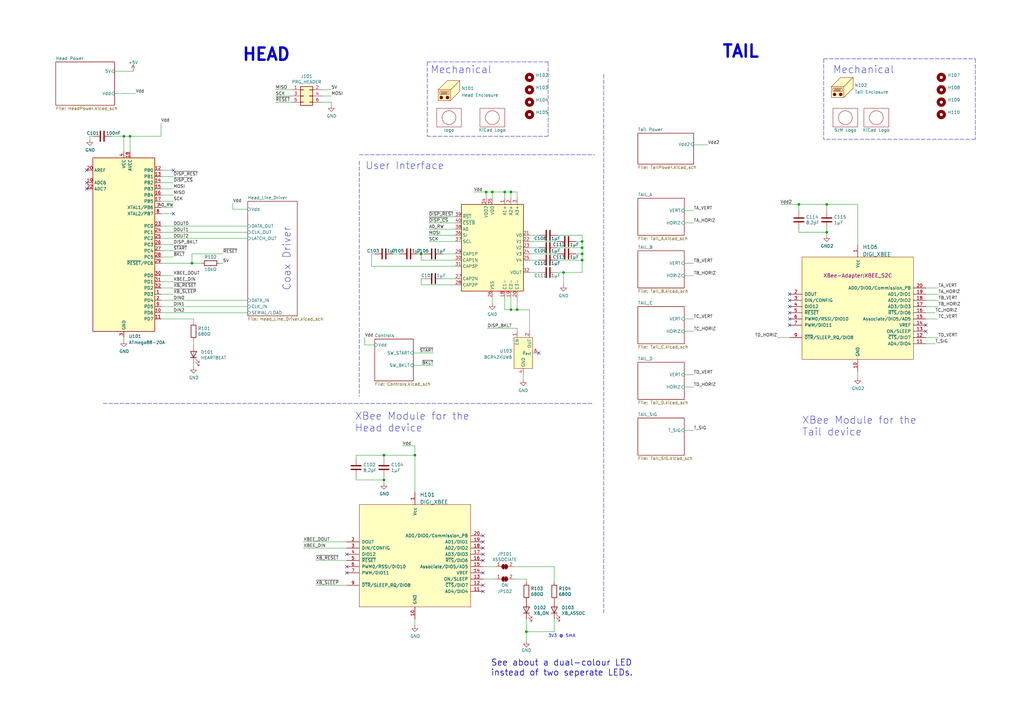
<source format=kicad_sch>
(kicad_sch (version 20211123) (generator eeschema)
  (paper "A3")
  (title_block (title "Coaxial Cable Tester") (date "2021-11-05") (rev "1.0") (company "SJM"))
  (lib_symbols
    (symbol "BCR42xUW6:BCR42XUW6"
      (property "Reference" "U" (at -2.54 -7.62 0))
      (property "Value" "BCR42XUW6" (at -5.08 5.08 90))
      (symbol "BCR42XUW6_0_1"
        (rectangle (start -3.81 6.35) (end 3.81 -6.35) (stroke (width 0.1524)) (fill (type background)))
      )
      (symbol "BCR42XUW6_1_1"
        (pin passive line (at -2.54 8.89 270) (length 2.54) (name "EN") (number "1"))
        (pin passive line (at 2.54 8.89 270) (length 2.54) (name "OUT") (number "2"))
        (pin passive line (at 2.54 8.89 270) (length 2.54) hide (name "OUT") (number "3"))
        (pin power_in line (at 0 -8.89 90) (length 2.54) (name "GND") (number "4"))
        (pin passive line (at 2.54 8.89 270) (length 2.54) hide (name "OUT") (number "5"))
        (pin passive line (at 6.35 0 180) (length 2.54) (name "R_{ext}") (number "6"))
      )
    )
    (symbol "CoaxTester:EA_DOGM128X-6"
      (symbol "EA_DOGM128X-6_1_1"
        (rectangle (start -12.7 17.78) (end 12.7 -17.78) (stroke (width 0.254)) (fill (type background)))
        (pin power_in line (at 5.08 20.32 270) (length 2.54) (name "A1+") (number "1"))
        (pin passive line (at 5.08 -20.32 90) (length 2.54) (name "C1-") (number "18"))
        (pin passive line (at 7.62 -20.32 90) (length 2.54) (name "C2-") (number "19"))
        (pin power_in line (at 7.62 20.32 270) (length 2.54) (name "A2+") (number "2"))
        (pin passive line (at 10.16 -20.32 90) (length 2.54) (name "C3-") (number "20"))
        (pin passive line (at 15.24 5.08 180) (length 2.54) (name "V0") (number "21"))
        (pin passive line (at 15.24 2.54 180) (length 2.54) (name "V1") (number "22"))
        (pin passive line (at 15.24 0 180) (length 2.54) (name "V2") (number "23"))
        (pin passive line (at 15.24 -2.54 180) (length 2.54) (name "V3") (number "24"))
        (pin passive line (at 15.24 -5.08 180) (length 2.54) (name "V4") (number "25"))
        (pin power_in line (at 0 -20.32 90) (length 2.54) (name "VSS") (number "26"))
        (pin passive line (at -15.24 -12.7 0) (length 2.54) (name "CAP2N") (number "27"))
        (pin passive line (at -15.24 -15.24 0) (length 2.54) (name "CAP2P") (number "28"))
        (pin passive line (at -15.24 -2.54 0) (length 2.54) (name "CAP1P") (number "29"))
        (pin power_in line (at 10.16 20.32 270) (length 2.54) (name "A3+") (number "3"))
        (pin passive line (at -15.24 -5.08 0) (length 2.54) (name "CAP1N") (number "30"))
        (pin passive line (at -15.24 -7.62 0) (length 2.54) (name "CAP3P") (number "31"))
        (pin output line (at 15.24 -10.16 180) (length 2.54) (name "VOUT") (number "32"))
        (pin passive line (at 0 -20.32 90) (length 2.54) hide (name "VSS") (number "33"))
        (pin power_in line (at -2.54 20.32 270) (length 2.54) (name "VDD2") (number "34"))
        (pin power_in line (at 0 20.32 270) (length 2.54) (name "VDD") (number "35"))
        (pin input line (at -15.24 5.08 0) (length 2.54) (name "SI") (number "36"))
        (pin input line (at -15.24 2.54 0) (length 2.54) (name "SCL") (number "37"))
        (pin input line (at -15.24 7.62 0) (length 2.54) (name "A0") (number "38"))
        (pin input line (at -15.24 12.7 0) (length 2.54) (name "~{RST}") (number "39"))
        (pin input line (at -15.24 10.16 0) (length 2.54) (name "~{CS1B}") (number "40"))
      )
    )
    (symbol "Connector_Generic:Conn_02x03_Odd_Even" (pin_names (offset 1.016) hide)
      (property "Reference" "J" (at 1.27 5.08 0))
      (property "Value" "Conn_02x03_Odd_Even" (at 1.27 -5.08 0))
      (symbol "Conn_02x03_Odd_Even_1_1"
        (rectangle (start -1.27 -2.413) (end 0 -2.667) (stroke (width 0.1524)))
        (rectangle (start -1.27 0.127) (end 0 -0.127) (stroke (width 0.1524)))
        (rectangle (start -1.27 2.667) (end 0 2.413) (stroke (width 0.1524)))
        (rectangle (start -1.27 3.81) (end 3.81 -3.81) (stroke (width 0.254)) (fill (type background)))
        (rectangle (start 3.81 -2.413) (end 2.54 -2.667) (stroke (width 0.1524)))
        (rectangle (start 3.81 0.127) (end 2.54 -0.127) (stroke (width 0.1524)))
        (rectangle (start 3.81 2.667) (end 2.54 2.413) (stroke (width 0.1524)))
        (pin passive line (at -5.08 2.54 0) (length 3.81) (name "Pin_1") (number "1"))
        (pin passive line (at 7.62 2.54 180) (length 3.81) (name "Pin_2") (number "2"))
        (pin passive line (at -5.08 0 0) (length 3.81) (name "Pin_3") (number "3"))
        (pin passive line (at 7.62 0 180) (length 3.81) (name "Pin_4") (number "4"))
        (pin passive line (at -5.08 -2.54 0) (length 3.81) (name "Pin_5") (number "5"))
        (pin passive line (at 7.62 -2.54 180) (length 3.81) (name "Pin_6") (number "6"))
      )
    )
    (symbol "Device:C" (pin_numbers hide) (pin_names (offset 0.254))
      (property "Reference" "C" (at 0.635 2.54 0))
      (property "Value" "C" (at 0.635 -2.54 0))
      (symbol "C_0_1"
        (polyline (pts (xy -2.032 -0.762) (xy 2.032 -0.762)) (stroke (width 0.508)))
        (polyline (pts (xy -2.032 0.762) (xy 2.032 0.762)) (stroke (width 0.508)))
      )
      (symbol "C_1_1"
        (pin passive line (at 0 3.81 270) (length 2.794) (name "~") (number "1"))
        (pin passive line (at 0 -3.81 90) (length 2.794) (name "~") (number "2"))
      )
    )
    (symbol "Device:LED" (pin_numbers hide) (pin_names (offset 1.016) hide)
      (property "Reference" "D" (at 0 2.54 0))
      (property "Value" "LED" (at 0 -2.54 0))
      (symbol "LED_0_1"
        (polyline (pts (xy -1.27 -1.27) (xy -1.27 1.27)) (stroke (width 0.254)))
        (polyline (pts (xy -1.27 0) (xy 1.27 0)))
        (polyline (pts (xy 1.27 -1.27) (xy 1.27 1.27) (xy -1.27 0) (xy 1.27 -1.27)) (stroke (width 0.254)))
        (polyline (pts (xy -3.048 -0.762) (xy -4.572 -2.286) (xy -3.81 -2.286) (xy -4.572 -2.286) (xy -4.572 -1.524)))
        (polyline (pts (xy -1.778 -0.762) (xy -3.302 -2.286) (xy -2.54 -2.286) (xy -3.302 -2.286) (xy -3.302 -1.524)))
      )
      (symbol "LED_1_1"
        (pin passive line (at -3.81 0 0) (length 2.54) (name "K") (number "1"))
        (pin passive line (at 3.81 0 180) (length 2.54) (name "A") (number "2"))
      )
    )
    (symbol "Device:R" (pin_numbers hide) (pin_names (offset 0))
      (property "Reference" "R" (at 2.032 0 90))
      (property "Value" "R" (at 0 0 90))
      (symbol "R_0_1"
        (rectangle (start -1.016 -2.54) (end 1.016 2.54) (stroke (width 0.254)))
      )
      (symbol "R_1_1"
        (pin passive line (at 0 3.81 270) (length 1.27) (name "~") (number "1"))
        (pin passive line (at 0 -3.81 90) (length 1.27) (name "~") (number "2"))
      )
    )
    (symbol "Jumper:SolderJumper_2_Bridged" (pin_names (offset 0) hide)
      (property "Reference" "JP" (at 0 2.032 0))
      (property "Value" "SolderJumper_2_Bridged" (at 0 -2.54 0))
      (symbol "SolderJumper_2_Bridged_0_1"
        (rectangle (start -0.508 0.508) (end 0.508 -0.508) (fill (type outline)))
        (arc (start -0.254 1.016) (mid -1.27 0) (end -0.254 -1.016))
        (arc (start -0.254 1.016) (mid -1.27 0) (end -0.254 -1.016) (fill (type outline)))
        (polyline (pts (xy -0.254 1.016) (xy -0.254 -1.016)))
        (polyline (pts (xy 0.254 1.016) (xy 0.254 -1.016)))
        (arc (start 0.254 -1.016) (mid 1.27 0) (end 0.254 1.016))
        (arc (start 0.254 -1.016) (mid 1.27 0) (end 0.254 1.016) (fill (type outline)))
      )
      (symbol "SolderJumper_2_Bridged_1_1"
        (pin passive line (at -3.81 0 0) (length 2.54) (name "A") (number "1"))
        (pin passive line (at 3.81 0 180) (length 2.54) (name "B") (number "2"))
      )
    )
    (symbol "MCU_Microchip_ATmega:ATmega88-20A"
      (property "Reference" "U" (at -12.7 36.83 0))
      (property "Value" "ATmega88-20A" (at 2.54 -36.83 0))
      (symbol "ATmega88-20A_0_1"
        (rectangle (start -12.7 -35.56) (end 12.7 35.56) (stroke (width 0.254)) (fill (type background)))
      )
      (symbol "ATmega88-20A_1_1"
        (pin bidirectional line (at 15.24 -20.32 180) (length 2.54) (name "PD3") (number "1"))
        (pin bidirectional line (at 15.24 -27.94 180) (length 2.54) (name "PD6") (number "10"))
        (pin bidirectional line (at 15.24 -30.48 180) (length 2.54) (name "PD7") (number "11"))
        (pin bidirectional line (at 15.24 30.48 180) (length 2.54) (name "PB0") (number "12"))
        (pin bidirectional line (at 15.24 27.94 180) (length 2.54) (name "PB1") (number "13"))
        (pin bidirectional line (at 15.24 25.4 180) (length 2.54) (name "PB2") (number "14"))
        (pin bidirectional line (at 15.24 22.86 180) (length 2.54) (name "PB3") (number "15"))
        (pin bidirectional line (at 15.24 20.32 180) (length 2.54) (name "PB4") (number "16"))
        (pin bidirectional line (at 15.24 17.78 180) (length 2.54) (name "PB5") (number "17"))
        (pin power_in line (at 2.54 38.1 270) (length 2.54) (name "AVCC") (number "18"))
        (pin input line (at -15.24 25.4 0) (length 2.54) (name "ADC6") (number "19"))
        (pin bidirectional line (at 15.24 -22.86 180) (length 2.54) (name "PD4") (number "2"))
        (pin passive line (at -15.24 30.48 0) (length 2.54) (name "AREF") (number "20"))
        (pin passive line (at 0 -38.1 90) (length 2.54) hide (name "GND") (number "21"))
        (pin input line (at -15.24 22.86 0) (length 2.54) (name "ADC7") (number "22"))
        (pin bidirectional line (at 15.24 7.62 180) (length 2.54) (name "PC0") (number "23"))
        (pin bidirectional line (at 15.24 5.08 180) (length 2.54) (name "PC1") (number "24"))
        (pin bidirectional line (at 15.24 2.54 180) (length 2.54) (name "PC2") (number "25"))
        (pin bidirectional line (at 15.24 0 180) (length 2.54) (name "PC3") (number "26"))
        (pin bidirectional line (at 15.24 -2.54 180) (length 2.54) (name "PC4") (number "27"))
        (pin bidirectional line (at 15.24 -5.08 180) (length 2.54) (name "PC5") (number "28"))
        (pin bidirectional line (at 15.24 -7.62 180) (length 2.54) (name "~{RESET}/PC6") (number "29"))
        (pin power_in line (at 0 -38.1 90) (length 2.54) (name "GND") (number "3"))
        (pin bidirectional line (at 15.24 -12.7 180) (length 2.54) (name "PD0") (number "30"))
        (pin bidirectional line (at 15.24 -15.24 180) (length 2.54) (name "PD1") (number "31"))
        (pin bidirectional line (at 15.24 -17.78 180) (length 2.54) (name "PD2") (number "32"))
        (pin power_in line (at 0 38.1 270) (length 2.54) (name "VCC") (number "4"))
        (pin passive line (at 0 -38.1 90) (length 2.54) hide (name "GND") (number "5"))
        (pin passive line (at 0 38.1 270) (length 2.54) hide (name "VCC") (number "6"))
        (pin bidirectional line (at 15.24 15.24 180) (length 2.54) (name "XTAL1/PB6") (number "7"))
        (pin bidirectional line (at 15.24 12.7 180) (length 2.54) (name "XTAL2/PB7") (number "8"))
        (pin bidirectional line (at 15.24 -25.4 180) (length 2.54) (name "PD5") (number "9"))
      )
    )
    (symbol "Mechanical:Housing" (pin_names (offset 1.016))
      (property "Reference" "N" (at 3.81 0 0))
      (property "Value" "Housing" (at 3.81 -1.905 0))
      (symbol "Housing_0_1"
        (rectangle (start -5.08 -0.635) (end -1.27 -1.905))
        (circle (center -4.445 -3.175) (radius 0.635) (fill (type outline)))
        (circle (center -1.905 -3.175) (radius 0.635) (fill (type outline)))
        (polyline (pts (xy -4.5212 -1.5748) (xy -4.4704 -1.3716)))
        (polyline (pts (xy -4.4196 -1.6764) (xy -4.064 -1.6764)))
        (polyline (pts (xy -4.4196 -1.2192) (xy -4.3688 -0.9652)))
        (polyline (pts (xy -4.318 -1.3208) (xy -4.0132 -1.3208)))
        (polyline (pts (xy -4.2164 -0.9144) (xy -3.9116 -0.9144)))
        (polyline (pts (xy -3.9116 -1.6256) (xy -3.8608 -1.3716)))
        (polyline (pts (xy -3.81 -1.2192) (xy -3.7592 -0.9652)))
        (polyline (pts (xy -3.6068 -1.5748) (xy -3.556 -1.3716)))
        (polyline (pts (xy -3.5052 -1.6764) (xy -3.1496 -1.6764)))
        (polyline (pts (xy -3.5052 -1.2192) (xy -3.4544 -0.9652)))
        (polyline (pts (xy -3.4036 -1.3208) (xy -3.0988 -1.3208)))
        (polyline (pts (xy -3.302 -0.9144) (xy -2.9972 -0.9144)))
        (polyline (pts (xy -2.9972 -1.6256) (xy -2.9464 -1.3716)))
        (polyline (pts (xy -2.8956 -1.2192) (xy -2.8448 -0.9652)))
        (polyline (pts (xy -2.6924 -1.5748) (xy -2.6416 -1.3716)))
        (polyline (pts (xy -2.5908 -1.6764) (xy -2.2352 -1.6764)))
        (polyline (pts (xy -2.5908 -1.2192) (xy -2.54 -0.9652)))
        (polyline (pts (xy -2.4892 -1.3208) (xy -2.1844 -1.3208)))
        (polyline (pts (xy -2.3876 -0.9144) (xy -2.0828 -0.9144)))
        (polyline (pts (xy -2.0828 -1.6256) (xy -2.032 -1.3716)))
        (polyline (pts (xy -1.9812 -1.2192) (xy -1.9304 -0.9652)))
        (polyline (pts (xy -0.635 0) (xy -0.635 -4.445)))
        (polyline (pts (xy -5.715 0) (xy -0.635 0) (xy 3.175 3.81)))
        (polyline (pts (xy -5.715 0) (xy -5.715 -4.445) (xy -0.635 -4.445) (xy 3.175 -0.635) (xy 3.175 3.81) (xy -1.905 3.81) (xy -5.715 0)) (fill (type background)))
      )
    )
    (symbol "Mechanical:MountingHole" (pin_names (offset 1.016))
      (property "Reference" "H" (at 0 5.08 0))
      (property "Value" "MountingHole" (at 0 3.175 0))
      (symbol "MountingHole_0_1"
        (circle (center 0 0) (radius 1.27) (stroke (width 1.27)))
      )
    )
    (symbol "XBee-Adapter:DIGI_XBEE" (pin_names (offset 1.016))
      (property "Reference" "H" (at 19.05 -22.86 0))
      (property "Value" "DIGI_XBEE" (at -1.27 13.97 0))
      (symbol "DIGI_XBEE_0_1"
        (rectangle (start -22.86 21.59) (end 22.86 -20.32) (fill (type background)))
      )
      (symbol "DIGI_XBEE_1_1"
        (pin input line (at 0 26.67 270) (length 5.08) (name "Vcc") (number "1"))
        (pin input line (at 0 -25.4 90) (length 5.08) (name "GND") (number "10"))
        (pin input line (at 27.94 -13.97 180) (length 5.08) (name "AD4/DIO4") (number "11"))
        (pin input line (at 27.94 -11.43 180) (length 5.08) (name "~{CTS}/DIO7") (number "12"))
        (pin input line (at 27.94 -8.89 180) (length 5.08) (name "ON/SLEEP") (number "13"))
        (pin input line (at 27.94 -6.35 180) (length 5.08) (name "VREF") (number "14"))
        (pin input line (at 27.94 -3.81 180) (length 5.08) (name "Associate/DIO5/AD5") (number "15"))
        (pin input line (at 27.94 -1.27 180) (length 5.08) (name "~{RTS}/DIO6") (number "16"))
        (pin input line (at 27.94 1.27 180) (length 5.08) (name "AD3/DIO3") (number "17"))
        (pin input line (at 27.94 3.81 180) (length 5.08) (name "AD2/DIO2") (number "18"))
        (pin input line (at 27.94 6.35 180) (length 5.08) (name "AD1/DIO1") (number "19"))
        (pin input line (at -27.94 6.35 0) (length 5.08) (name "DOUT") (number "2"))
        (pin input line (at 27.94 8.89 180) (length 5.08) (name "AD0/DIO0/Commission_PB") (number "20"))
        (pin input line (at -27.94 3.81 0) (length 5.08) (name "DIN/CONFIG") (number "3"))
        (pin input line (at -27.94 1.27 0) (length 5.08) (name "DIO12") (number "4"))
        (pin input line (at -27.94 -1.27 0) (length 5.08) (name "~{RESET}") (number "5"))
        (pin input line (at -27.94 -3.81 0) (length 5.08) (name "PWM0/RSSI/DIO10") (number "6"))
        (pin input line (at -27.94 -6.35 0) (length 5.08) (name "PWM/DIO11") (number "7"))
        (pin no_connect line (at -27.94 -8.89 0) (length 5.08) hide (name "Reserved") (number "8"))
        (pin input line (at -27.94 -11.43 0) (length 5.08) (name "~{DTR}/SLEEP_RQ/DIO8") (number "9"))
      )
    )
    (symbol "mech:logo" (pin_names (offset 1.016))
      (symbol "logo_0_1"
        (rectangle (start -5.08 3.81) (end 5.08 -3.81))
        (circle (center 0 0) (radius 2.8448))
      )
    )
    (symbol "power:+5V" (power) (pin_names (offset 0))
      (property "Value" "+5V" (at 0 3.556 0))
      (symbol "+5V_0_1"
        (polyline (pts (xy -0.762 1.27) (xy 0 2.54)))
        (polyline (pts (xy 0 0) (xy 0 2.54)))
        (polyline (pts (xy 0 2.54) (xy 0.762 1.27)))
      )
      (symbol "+5V_1_1"
        (pin power_in line (at 0 0 90) (length 0) hide (name "+5V") (number "1"))
      )
    )
    (symbol "power:GND" (power) (pin_names (offset 0))
      (property "Value" "GND" (at 0 -3.81 0))
      (symbol "GND_0_1"
        (polyline (pts (xy 0 0) (xy 0 -1.27) (xy 1.27 -1.27) (xy 0 -2.54) (xy -1.27 -1.27) (xy 0 -1.27)))
      )
      (symbol "GND_1_1"
        (pin power_in line (at 0 0 270) (length 0) hide (name "GND") (number "1"))
      )
    )
    (symbol "power:GND2" (power) (pin_names (offset 0))
      (property "Value" "GND2" (at 0 -3.81 0))
      (symbol "GND2_0_1"
        (polyline (pts (xy 0 0) (xy 0 -1.27) (xy 1.27 -1.27) (xy 0 -2.54) (xy -1.27 -1.27) (xy 0 -1.27)))
      )
      (symbol "GND2_1_1"
        (pin power_in line (at 0 0 270) (length 0) hide (name "GND2") (number "1"))
      )
    )
  )
  (junction (at 157.48 196.85))
  (junction (at 231.14 111.76))
  (junction (at 238.76 104.14))
  (junction (at 209.55 78.74))
  (junction (at 238.76 106.68))
  (junction (at 339.09 95.25))
  (junction (at 201.93 78.74))
  (junction (at 157.48 186.69))
  (junction (at 78.74 107.95))
  (junction (at 170.18 186.69))
  (junction (at 207.01 78.74))
  (junction (at 199.39 78.74))
  (junction (at 209.55 127))
  (junction (at 327.66 83.82))
  (junction (at 339.09 83.82))
  (junction (at 212.09 127))
  (junction (at 238.76 99.06))
  (junction (at 238.76 101.6))
  (junction (at 53.34 55.88))
  (junction (at 215.9 259.08))
  (junction (at 172.72 104.14))
  (junction (at 50.8 55.88))
  (no_connect (at 71.12 87.63))
  (no_connect (at 35.56 69.85))
  (no_connect (at 220.98 144.78))
  (no_connect (at 142.24 232.41))
  (no_connect (at 35.56 74.93))
  (no_connect (at 379.73 133.35))
  (no_connect (at 379.73 135.89))
  (no_connect (at 323.85 130.81))
  (no_connect (at 323.85 133.35))
  (no_connect (at 323.85 123.19))
  (no_connect (at 323.85 125.73))
  (no_connect (at 323.85 128.27))
  (no_connect (at 323.85 120.65))
  (no_connect (at 35.56 77.47))
  (no_connect (at 71.12 69.85))
  (no_connect (at 142.24 227.33))
  (no_connect (at 142.24 234.95))
  (no_connect (at 198.12 242.57))
  (no_connect (at 198.12 240.03))
  (no_connect (at 198.12 234.95))
  (no_connect (at 198.12 229.87))
  (no_connect (at 198.12 227.33))
  (no_connect (at 198.12 224.79))
  (no_connect (at 198.12 222.25))
  (no_connect (at 198.12 219.71))
  (wire (pts (xy 66.04 130.81) (xy 79.375 130.81)))
  (wire (pts (xy 165.1 182.88) (xy 170.18 182.88)))
  (wire (pts (xy 152.4 104.14) (xy 152.4 109.22)))
  (wire (pts (xy 66.04 120.65) (xy 71.12 120.65)))
  (wire (pts (xy 78.74 107.95) (xy 78.74 104.14)))
  (wire (pts (xy 236.22 104.14) (xy 238.76 104.14)))
  (wire (pts (xy 280.67 153.67) (xy 284.48 153.67)))
  (wire (pts (xy 320.04 83.82) (xy 327.66 83.82)))
  (wire (pts (xy 149.606 141.478) (xy 153.67 141.478)))
  (wire (pts (xy 101.6 85.852) (xy 95.504 85.852)))
  (wire (pts (xy 217.17 135.89) (xy 217.17 127)))
  (wire (pts (xy 113.03 41.91) (xy 119.38 41.91)))
  (wire (pts (xy 66.04 69.85) (xy 71.12 69.85)))
  (wire (pts (xy 173.99 104.14) (xy 172.72 104.14)))
  (wire (pts (xy 228.6 96.52) (xy 238.76 96.52)))
  (wire (pts (xy 50.8 138.43) (xy 50.8 139.7)))
  (wire (pts (xy 172.72 106.68) (xy 172.72 104.14)))
  (wire (pts (xy 379.73 138.43) (xy 384.81 138.43)))
  (wire (pts (xy 217.17 106.68) (xy 220.98 106.68)))
  (wire (pts (xy 175.895 88.9) (xy 186.69 88.9)))
  (wire (pts (xy 199.898 134.62) (xy 212.09 134.62)))
  (wire (pts (xy 79.375 130.81) (xy 79.375 132.08)))
  (wire (pts (xy 79.375 139.7) (xy 79.375 141.605)))
  (polyline (pts (xy 175.26 25.4) (xy 175.26 55.88)))
  (polyline (pts (xy 400.05 57.15) (xy 337.82 57.15)))
  (wire (pts (xy 379.73 128.27) (xy 383.54 128.27)))
  (wire (pts (xy 327.66 83.82) (xy 327.66 86.36)))
  (wire (pts (xy 379.73 123.19) (xy 384.81 123.19)))
  (wire (pts (xy 90.17 107.95) (xy 91.44 107.95)))
  (wire (pts (xy 66.04 105.41) (xy 71.12 105.41)))
  (wire (pts (xy 217.17 111.76) (xy 220.98 111.76)))
  (wire (pts (xy 170.18 201.93) (xy 170.18 186.69)))
  (wire (pts (xy 238.76 96.52) (xy 238.76 99.06)))
  (wire (pts (xy 217.17 101.6) (xy 220.98 101.6)))
  (wire (pts (xy 172.72 104.14) (xy 171.45 104.14)))
  (wire (pts (xy 66.04 50.292) (xy 66.04 55.88)))
  (wire (pts (xy 175.895 93.98) (xy 186.69 93.98)))
  (wire (pts (xy 209.55 121.92) (xy 209.55 127)))
  (wire (pts (xy 152.4 109.22) (xy 186.69 109.22)))
  (wire (pts (xy 227.33 259.08) (xy 215.9 259.08)))
  (wire (pts (xy 198.12 232.41) (xy 203.2 232.41)))
  (wire (pts (xy 351.79 83.82) (xy 351.79 100.33)))
  (wire (pts (xy 238.76 111.76) (xy 231.14 111.76)))
  (wire (pts (xy 280.67 135.89) (xy 284.48 135.89)))
  (wire (pts (xy 379.73 130.81) (xy 384.81 130.81)))
  (wire (pts (xy 172.72 114.3) (xy 172.72 116.84)))
  (polyline (pts (xy 147.32 63.5) (xy 243.84 63.5)))
  (wire (pts (xy 186.69 104.14) (xy 181.61 104.14)))
  (wire (pts (xy 36.83 55.88) (xy 36.83 57.15)))
  (wire (pts (xy 236.22 99.06) (xy 238.76 99.06)))
  (wire (pts (xy 66.04 97.79) (xy 101.6 97.79)))
  (polyline (pts (xy 224.79 55.88) (xy 175.26 55.88)))
  (wire (pts (xy 119.38 39.37) (xy 113.03 39.37)))
  (wire (pts (xy 217.17 104.14) (xy 228.6 104.14)))
  (wire (pts (xy 209.55 127) (xy 207.01 127)))
  (wire (pts (xy 132.08 39.37) (xy 135.89 39.37)))
  (wire (pts (xy 46.99 38.354) (xy 55.626 38.354)))
  (wire (pts (xy 209.55 78.74) (xy 212.09 78.74)))
  (wire (pts (xy 66.04 95.25) (xy 101.6 95.25)))
  (wire (pts (xy 66.04 128.27) (xy 101.6 128.27)))
  (wire (pts (xy 231.14 111.76) (xy 231.14 116.84)))
  (wire (pts (xy 351.79 152.4) (xy 351.79 154.94)))
  (wire (pts (xy 215.9 259.08) (xy 215.9 262.89)))
  (wire (pts (xy 201.93 78.74) (xy 207.01 78.74)))
  (wire (pts (xy 157.48 186.69) (xy 146.05 186.69)))
  (wire (pts (xy 238.76 101.6) (xy 238.76 104.14)))
  (wire (pts (xy 280.67 158.75) (xy 284.48 158.75)))
  (wire (pts (xy 194.31 78.74) (xy 199.39 78.74)))
  (polyline (pts (xy 147.32 66.04) (xy 147.32 162.56)))
  (wire (pts (xy 66.04 74.93) (xy 71.12 74.93)))
  (wire (pts (xy 212.09 78.74) (xy 212.09 81.28)))
  (polyline (pts (xy 42.291 165.481) (xy 242.951 165.481)))
  (wire (pts (xy 146.05 196.85) (xy 157.48 196.85)))
  (wire (pts (xy 66.04 125.73) (xy 101.6 125.73)))
  (wire (pts (xy 238.76 104.14) (xy 238.76 106.68)))
  (wire (pts (xy 175.895 96.52) (xy 186.69 96.52)))
  (wire (pts (xy 217.17 96.52) (xy 220.98 96.52)))
  (wire (pts (xy 129.54 240.03) (xy 142.24 240.03)))
  (wire (pts (xy 157.48 186.69) (xy 157.48 187.96)))
  (wire (pts (xy 339.09 93.98) (xy 339.09 95.25)))
  (wire (pts (xy 210.82 232.41) (xy 227.33 232.41)))
  (wire (pts (xy 280.67 86.36) (xy 284.48 86.36)))
  (wire (pts (xy 132.08 41.91) (xy 135.89 41.91)))
  (polyline (pts (xy 400.05 24.13) (xy 400.05 57.15)))
  (polyline (pts (xy 337.82 24.13) (xy 400.05 24.13)))
  (wire (pts (xy 149.606 138.43) (xy 149.606 141.478)))
  (wire (pts (xy 198.12 237.49) (xy 203.2 237.49)))
  (wire (pts (xy 201.93 121.92) (xy 201.93 124.46)))
  (polyline (pts (xy 224.79 25.4) (xy 224.79 55.88)))
  (wire (pts (xy 175.895 99.06) (xy 186.69 99.06)))
  (wire (pts (xy 66.04 80.01) (xy 71.12 80.01)))
  (wire (pts (xy 238.76 99.06) (xy 238.76 101.6)))
  (wire (pts (xy 207.01 78.74) (xy 207.01 81.28)))
  (wire (pts (xy 45.72 55.88) (xy 50.8 55.88)))
  (wire (pts (xy 201.93 78.74) (xy 201.93 81.28)))
  (polyline (pts (xy 247.65 30.48) (xy 247.65 251.46)))
  (wire (pts (xy 169.545 144.78) (xy 177.8 144.78)))
  (wire (pts (xy 228.6 106.68) (xy 238.76 106.68)))
  (wire (pts (xy 169.545 149.86) (xy 177.8 149.86)))
  (wire (pts (xy 327.66 83.82) (xy 339.09 83.82)))
  (wire (pts (xy 212.09 121.92) (xy 212.09 127)))
  (wire (pts (xy 135.89 41.91) (xy 135.89 43.18)))
  (wire (pts (xy 132.08 36.83) (xy 135.89 36.83)))
  (wire (pts (xy 212.09 135.89) (xy 212.09 134.62)))
  (wire (pts (xy 227.33 254) (xy 227.33 259.08)))
  (wire (pts (xy 146.05 195.58) (xy 146.05 196.85)))
  (wire (pts (xy 66.04 77.47) (xy 71.12 77.47)))
  (wire (pts (xy 228.6 111.76) (xy 231.14 111.76)))
  (wire (pts (xy 175.895 91.44) (xy 186.69 91.44)))
  (wire (pts (xy 66.04 85.09) (xy 71.12 85.09)))
  (wire (pts (xy 170.18 182.88) (xy 170.18 186.69)))
  (wire (pts (xy 280.67 176.53) (xy 284.48 176.53)))
  (wire (pts (xy 66.04 102.87) (xy 71.12 102.87)))
  (wire (pts (xy 66.04 123.19) (xy 101.6 123.19)))
  (wire (pts (xy 238.76 106.68) (xy 238.76 111.76)))
  (wire (pts (xy 327.66 93.98) (xy 327.66 95.25)))
  (wire (pts (xy 280.67 91.44) (xy 284.48 91.44)))
  (wire (pts (xy 210.82 237.49) (xy 215.9 237.49)))
  (wire (pts (xy 383.54 140.97) (xy 379.73 140.97)))
  (wire (pts (xy 163.83 104.14) (xy 161.29 104.14)))
  (wire (pts (xy 327.66 95.25) (xy 339.09 95.25)))
  (wire (pts (xy 227.33 232.41) (xy 227.33 238.76)))
  (wire (pts (xy 186.69 106.68) (xy 172.72 106.68)))
  (wire (pts (xy 207.01 127) (xy 207.01 121.92)))
  (wire (pts (xy 157.48 195.58) (xy 157.48 196.85)))
  (wire (pts (xy 124.46 224.79) (xy 142.24 224.79)))
  (wire (pts (xy 79.375 149.225) (xy 79.375 150.495)))
  (wire (pts (xy 379.73 125.73) (xy 384.81 125.73)))
  (wire (pts (xy 323.85 138.43) (xy 318.77 138.43)))
  (wire (pts (xy 119.38 36.83) (xy 113.03 36.83)))
  (wire (pts (xy 181.61 114.3) (xy 186.69 114.3)))
  (wire (pts (xy 215.9 237.49) (xy 215.9 238.76)))
  (wire (pts (xy 170.18 186.69) (xy 157.48 186.69)))
  (wire (pts (xy 66.04 113.03) (xy 71.12 113.03)))
  (wire (pts (xy 228.6 101.6) (xy 238.76 101.6)))
  (wire (pts (xy 379.73 120.65) (xy 384.81 120.65)))
  (wire (pts (xy 280.67 113.03) (xy 284.48 113.03)))
  (wire (pts (xy 66.04 72.39) (xy 71.12 72.39)))
  (wire (pts (xy 66.04 87.63) (xy 71.12 87.63)))
  (wire (pts (xy 280.67 107.95) (xy 284.48 107.95)))
  (wire (pts (xy 217.17 99.06) (xy 228.6 99.06)))
  (wire (pts (xy 53.34 55.88) (xy 53.34 62.23)))
  (wire (pts (xy 172.72 114.3) (xy 173.99 114.3)))
  (wire (pts (xy 339.09 83.82) (xy 351.79 83.82)))
  (wire (pts (xy 38.1 55.88) (xy 36.83 55.88)))
  (wire (pts (xy 280.67 130.81) (xy 284.48 130.81)))
  (polyline (pts (xy 175.26 25.4) (xy 224.79 25.4)))
  (wire (pts (xy 214.63 153.67) (xy 214.63 155.702)))
  (wire (pts (xy 66.04 115.57) (xy 71.12 115.57)))
  (wire (pts (xy 217.17 127) (xy 212.09 127)))
  (wire (pts (xy 146.05 186.69) (xy 146.05 187.96)))
  (wire (pts (xy 199.39 78.74) (xy 199.39 81.28)))
  (wire (pts (xy 153.67 104.14) (xy 152.4 104.14)))
  (wire (pts (xy 212.09 127) (xy 209.55 127)))
  (wire (pts (xy 66.04 107.95) (xy 78.74 107.95)))
  (wire (pts (xy 199.39 78.74) (xy 201.93 78.74)))
  (wire (pts (xy 339.09 83.82) (xy 339.09 86.36)))
  (wire (pts (xy 124.46 222.25) (xy 142.24 222.25)))
  (wire (pts (xy 157.48 196.85) (xy 157.48 198.12)))
  (wire (pts (xy 209.55 78.74) (xy 209.55 81.28)))
  (wire (pts (xy 290.322 59.436) (xy 284.48 59.436)))
  (wire (pts (xy 66.04 100.33) (xy 71.12 100.33)))
  (wire (pts (xy 50.8 62.23) (xy 50.8 55.88)))
  (polyline (pts (xy 337.82 24.13) (xy 337.82 57.15)))
  (wire (pts (xy 129.54 229.87) (xy 142.24 229.87)))
  (wire (pts (xy 66.04 82.55) (xy 71.12 82.55)))
  (wire (pts (xy 66.04 55.88) (xy 53.34 55.88)))
  (wire (pts (xy 284.48 59.436) (xy 284.48 59.182)))
  (wire (pts (xy 66.04 92.71) (xy 101.6 92.71)))
  (wire (pts (xy 78.74 107.95) (xy 82.55 107.95)))
  (wire (pts (xy 207.01 78.74) (xy 209.55 78.74)))
  (wire (pts (xy 66.04 118.11) (xy 71.12 118.11)))
  (wire (pts (xy 78.74 104.14) (xy 91.44 104.14)))
  (wire (pts (xy 95.504 83.312) (xy 95.504 85.852)))
  (wire (pts (xy 170.18 254) (xy 170.18 256.54)))
  (wire (pts (xy 50.8 55.88) (xy 53.34 55.88)))
  (wire (pts (xy 215.9 254) (xy 215.9 259.08)))
  (wire (pts (xy 172.72 116.84) (xy 186.69 116.84)))
  (wire (pts (xy 379.73 118.11) (xy 384.81 118.11)))
  (wire (pts (xy 339.09 95.25) (xy 339.09 96.52)))
  (wire (pts (xy 46.99 29.21) (xy 54.61 29.21)))
  (text "Mechanical" (at 341.63 30.48 0) (effects (font (size 3 3)) (justify left bottom)))
  (text "Mechanical" (at 176.53 30.48 0) (effects (font (size 3 3)) (justify left bottom)))
  (text "Food for Thought.\n* Power ON indicator LED.\n* Heartbead diag. LED (dual colour)\n* Verify the mechanical construction\n  of the switches." (at 0 -7.62 0) (effects (font (size 5.08 5.08)) (justify left bottom)))
  (text "HEAD" (at 99.06 25.4 0) (effects (font (size 5 5) (thickness 1) bold) (justify left bottom)))
  (text "Coax Driver" (at 119.38 119.38 90) (effects (font (size 2.9972 2.9972)) (justify left bottom)))
  (text "XBee Module for the \nHead device" (at 145.542 177.419 0) (effects (font (size 3 3)) (justify left bottom)))
  (text "3V3 @ 5mA" (at 224.79 261.62 0) (effects (font (size 1.27 1.27)) (justify left bottom)))
  (text "User Interface" (at 149.86 69.85 0) (effects (font (size 3 3)) (justify left bottom)))
  (text "XBee Module for the \nTail device" (at 328.93 179.07 0) (effects (font (size 3 3)) (justify left bottom)))
  (text "TAIL" (at 295.91 24.13 0) (effects (font (size 5 5) (thickness 1) bold) (justify left bottom)))
  (text "See about a dual-colour LED\ninstead of two seperate LEDs." (at 201.295 277.495 0) (effects (font (size 2.54 2.54) (thickness 0.254) bold) (justify left bottom)))
  (label "5V" (at 135.89 36.83 0))
  (label "MOSI" (at 71.12 77.47 0))
  (label "~{XB_SLEEP}" (at 71.12 120.65 0))
  (label "TA_HORIZ" (at 384.81 120.65 0))
  (label "SCK" (at 113.03 39.37 0))
  (label "XBEE_DOUT" (at 124.46 222.25 0))
  (label "A0_RW" (at 71.12 85.09 180))
  (label "MOSI" (at 175.895 96.52 0))
  (label "TC_HORIZ" (at 383.54 128.27 0))
  (label "TC_VERT" (at 284.48 130.81 0))
  (label "DOUT0" (at 71.12 92.71 0))
  (label "~{DISP_REST}" (at 175.895 88.9 0))
  (label "TD_VERT" (at 284.48 153.67 0))
  (label "TD_HORIZ" (at 318.77 138.43 180))
  (label "TB_HORIZ" (at 284.48 113.03 0))
  (label "Vdd2" (at 320.04 83.82 0))
  (label "~{XB_SLEEP}" (at 129.54 240.03 0))
  (label "5V" (at 91.44 107.95 0))
  (label "TA_VERT" (at 384.81 118.11 0))
  (label "Vdd" (at 165.1 182.88 0))
  (label "DIN1" (at 71.12 125.73 0))
  (label "Vdd" (at 55.626 38.354 0))
  (label "DIN2" (at 71.12 128.27 0))
  (label "XBEE_DOUT" (at 71.12 113.03 0))
  (label "~{BKLT}" (at 177.8 149.86 180))
  (label "SCK" (at 71.12 82.55 0))
  (label "Vdd" (at 194.31 78.74 0))
  (label "DISP_BKLT" (at 71.12 100.33 0))
  (label "XBEE_DIN" (at 124.46 224.79 0))
  (label "~{BKLT}" (at 71.12 105.41 0))
  (label "Vdd2" (at 290.322 59.436 0))
  (label "TB_VERT" (at 384.81 123.19 0))
  (label "~{DISP_CS}" (at 71.12 74.93 0))
  (label "Vdd" (at 149.606 138.43 0))
  (label "TB_HORIZ" (at 384.81 125.73 0))
  (label "~{DISP_CS}" (at 175.895 91.44 0))
  (label "Vdd" (at 66.04 50.292 0))
  (label "TB_VERT" (at 284.48 107.95 0))
  (label "TC_VERT" (at 384.81 130.81 0))
  (label "TA_HORIZ" (at 284.48 91.44 0))
  (label "XBEE_DIN" (at 71.12 115.57 0))
  (label "~{RESET}" (at 91.44 104.14 0))
  (label "~{START}" (at 177.8 144.78 180))
  (label "MISO" (at 71.12 80.01 0))
  (label "TA_VERT" (at 284.48 86.36 0))
  (label "MOSI" (at 135.89 39.37 0))
  (label "T_SIG" (at 383.54 140.97 0))
  (label "DISP_BKLT" (at 199.898 134.62 0))
  (label "DOUT1" (at 71.12 95.25 0))
  (label "T_SIG" (at 284.48 176.53 0))
  (label "~{START}" (at 71.12 102.87 0))
  (label "Vdd" (at 95.504 83.312 0))
  (label "~{XB_RESET}" (at 129.54 229.87 0))
  (label "MISO" (at 113.03 36.83 0))
  (label "A0_RW" (at 175.895 93.98 0))
  (label "DIN0" (at 71.12 123.19 0))
  (label "~{XB_RESET}" (at 71.12 118.11 0))
  (label "TC_HORIZ" (at 284.48 135.89 0))
  (label "TD_VERT" (at 384.81 138.43 0))
  (label "TD_HORIZ" (at 284.48 158.75 0))
  (label "DOUT2" (at 71.12 97.79 0))
  (label "~{RESET}" (at 113.03 41.91 0))
  (label "~{DISP_REST}" (at 71.12 72.39 0))
  (label "SCK" (at 175.895 99.06 0))
  (symbol (lib_id "Device:C") (at 41.91 55.88 90) (unit 1)
    (property "Reference" "C101" (at 40.64 54.61 90) (effects (justify left)))
    (property "Value" "100nF" (at 49.53 54.61 90) (effects (justify left)))
    (property "Footprint" "Capacitor_SMD:C_0805_2012Metric" (effects hide))
  )
  (symbol (lib_id "Device:C") (at 157.48 191.77 0) (unit 1)
    (property "Reference" "C104" (at 160.401 190.6016 0) (effects (justify left)))
    (property "Value" "1μF" (at 160.401 192.913 0) (effects (justify left)))
    (property "Footprint" "Capacitor_SMD:C_0805_2012Metric" (effects hide))
  )
  (symbol (lib_id "power:GND") (at 157.48 198.12 0) (unit 1)
    (property "Reference" "#PWR0108" (effects hide))
    (property "Value" "GND" (at 157.607 202.5142 0))
  )
  (symbol (lib_id "Connector_Generic:Conn_02x03_Odd_Even") (at 124.46 39.37 0) (unit 1)
    (property "Reference" "J101" (at 125.73 31.3182 0))
    (property "Value" "PRG_HEADER" (at 125.73 33.6296 0))
    (property "Footprint" "TagConnect:PRG_TC2030-IDC-FP_TH" (effects hide))
  )
  (symbol (lib_id "power:GND") (at 135.89 43.18 0) (unit 1)
    (property "Reference" "#PWR0107" (effects hide))
    (property "Value" "GND" (at 136.017 47.5742 0))
  )
  (symbol (lib_id "power:GND") (at 170.18 256.54 0) (unit 1)
    (property "Reference" "#PWR0110" (effects hide))
    (property "Value" "GND" (at 170.307 260.9342 0))
  )
  (symbol (lib_id "power:GND2") (at 351.79 154.94 0) (unit 1)
    (property "Reference" "#PWR0117" (effects hide))
    (property "Value" "GND2" (at 351.917 159.3342 0))
  )
  (symbol (lib_id "power:GND2") (at 339.09 96.52 0) (unit 1)
    (property "Reference" "#PWR0116" (effects hide))
    (property "Value" "GND2" (at 339.217 100.9142 0))
  )
  (symbol (lib_id "Device:R") (at 86.36 107.95 270) (unit 1)
    (property "Reference" "R102" (at 86.36 105.41 90))
    (property "Value" "10kΩ" (at 86.36 110.49 90))
    (property "Footprint" "Resistor_SMD:R_0805_2012Metric" (effects hide))
  )
  (symbol (lib_id "power:GND") (at 36.83 57.15 0) (unit 1)
    (property "Reference" "#PWR0101" (effects hide))
    (property "Value" "GND" (at 36.957 61.5442 0))
  )
  (symbol (lib_id "Device:C") (at 157.48 104.14 270) (unit 1)
    (property "Reference" "C103" (at 155.575 102.87 90) (effects (justify right)))
    (property "Value" "1μF" (at 162.56 102.87 90) (effects (justify right)))
    (property "Footprint" "Capacitor_SMD:C_0805_2012Metric" (effects hide))
  )
  (symbol (lib_id "Device:C") (at 177.8 104.14 270) (unit 1)
    (property "Reference" "C106" (at 175.895 102.87 90) (effects (justify right)))
    (property "Value" "1μF" (at 182.88 102.87 90) (effects (justify right)))
    (property "Footprint" "Capacitor_SMD:C_0805_2012Metric" (effects hide))
  )
  (symbol (lib_id "power:GND") (at 214.63 155.702 0) (unit 1)
    (property "Reference" "#PWR0113" (effects hide))
    (property "Value" "GND" (at 214.63 160.1454 0))
  )
  (symbol (lib_id "mech:logo") (at 201.93 48.26 0) (unit 1)
    (property "Reference" "LG102" (effects hide))
    (property "Value" "KiCad Logo" (at 201.93 53.34 0))
    (property "Footprint" "Symbol:KiCad-Logo2_5mm_SilkScreen" (effects hide))
  )
  (symbol (lib_id "Mechanical:MountingHole") (at 386.08 31.75 0) (unit 1)
    (property "Reference" "H107" (at 388.62 30.8415 0) (effects (justify left)))
    (property "Value" "MountingHole" (effects hide))
    (property "Footprint" "MountingHole:MountingHole_3.2mm_M3" (effects hide))
  )
  (symbol (lib_id "Mechanical:MountingHole") (at 386.08 41.91 0) (unit 1)
    (property "Reference" "H109" (at 388.62 41.0015 0) (effects (justify left)))
    (property "Value" "MountingHole" (effects hide))
    (property "Footprint" "MountingHole:MountingHole_3.2mm_M3" (effects hide))
  )
  (symbol (lib_id "Mechanical:MountingHole") (at 217.17 31.75 0) (unit 1)
    (property "Reference" "H102" (at 219.71 30.8415 0) (effects (justify left)))
    (property "Value" "MountingHole" (effects hide))
    (property "Footprint" "MountingHole:MountingHole_3.2mm_M3" (effects hide))
    (property "Reference" "H102" (effects hide))
    (property "Value" "MountingHole" (effects hide))
  )
  (symbol (lib_id "Device:C") (at 232.41 104.14 90) (unit 1)
    (property "Reference" "C113" (at 229.235 105.41 90))
    (property "Value" "1μF" (at 235.585 105.41 90))
    (property "Footprint" "Capacitor_SMD:C_0805_2012Metric" (effects hide))
  )
  (symbol (lib_id "Device:C") (at 167.64 104.14 270) (unit 1)
    (property "Reference" "C105" (at 165.735 102.87 90) (effects (justify right)))
    (property "Value" "1μF" (at 172.72 102.87 90) (effects (justify right)))
    (property "Footprint" "Capacitor_SMD:C_0805_2012Metric" (effects hide))
  )
  (symbol (lib_id "MCU_Microchip_ATmega:ATmega88-20A") (at 50.8 100.33 0) (unit 1)
    (property "Reference" "U101" (at 52.8194 137.9204 0) (effects (justify left)))
    (property "Value" "ATmega88-20A" (at 52.8194 140.4573 0) (effects (justify left)))
    (property "Footprint" "Package_QFP:TQFP-32_7x7mm_P0.8mm" (effects hide))
    (property "Datasheet" "http://ww1.microchip.com/downloads/en/DeviceDoc/Atmel-2545-8-bit-AVR-Microcontroller-ATmega48-88-168_Datasheet.pdf" (effects hide))
  )
  (symbol (lib_id "power:GND") (at 79.375 150.495 0) (unit 1)
    (property "Reference" "#PWR0106" (effects hide))
    (property "Value" "GND" (at 79.502 154.8892 0))
  )
  (symbol (lib_id "Device:C") (at 224.79 101.6 90) (unit 1)
    (property "Reference" "C109" (at 221.615 102.87 90))
    (property "Value" "1μF" (at 227.965 102.87 90))
    (property "Footprint" "Capacitor_SMD:C_0805_2012Metric" (effects hide))
  )
  (symbol (lib_id "Mechanical:Housing") (at 346.71 35.56 0) (unit 1)
    (property "Reference" "N102" (at 350.52 34.969 0) (effects (justify left)))
    (property "Value" "Tail Enclosure" (at 350.52 37.7441 0) (effects (justify left)))
    (property "Footprint" "mech:Board Ref" (effects hide))
  )
  (symbol (lib_id "mech:logo") (at 184.15 48.26 0) (unit 1)
    (property "Reference" "LG101" (effects hide))
    (property "Value" "logo" (at 184.15 53.34 0))
    (property "Footprint" "mech:MyBasic_rounded_50_1" (effects hide))
    (property "Reference" "LG101" (effects hide))
    (property "Value" "logo" (effects hide))
  )
  (symbol (lib_id "Device:LED") (at 215.9 250.19 90) (unit 1)
    (property "Reference" "D102" (at 218.8972 249.1994 90) (effects (justify right)))
    (property "Value" "XB_ON" (at 218.8972 251.5108 90) (effects (justify right)))
    (property "Footprint" "LED_SMD:LED_0805_2012Metric" (effects hide))
  )
  (symbol (lib_id "CoaxTester:EA_DOGM128X-6") (at 201.93 101.6 0) (unit 1)
    (property "Reference" "U102" (effects hide))
    (property "Value" "EA_DOGM128X-6" (effects hide))
    (property "Footprint" "Display:EA_DOGM128-6" (effects hide))
    (property "Datasheet" "https://www.lcd-module.de/eng/pdf/grafik/dogm128e.pdf" (effects hide))
    (property "Datasheet_1" "https://www.lcd-module.de/eng/pdf/grafik/dogm128e.pdf" (effects hide))
    (property "Reference_1" "U" (effects hide))
    (property "Value_1" "EA_DOGM128X-6" (effects hide))
  )
  (symbol (lib_id "Device:R") (at 227.33 242.57 0) (unit 1)
    (property "Reference" "R104" (at 229.108 241.4016 0) (effects (justify left)))
    (property "Value" "680Ω" (at 229.108 243.713 0) (effects (justify left)))
    (property "Footprint" "Resistor_SMD:R_0805_2012Metric" (effects hide))
  )
  (symbol (lib_id "Device:R") (at 215.9 242.57 0) (unit 1)
    (property "Reference" "R103" (at 217.678 241.4016 0) (effects (justify left)))
    (property "Value" "680Ω" (at 217.678 243.713 0) (effects (justify left)))
    (property "Footprint" "Resistor_SMD:R_0805_2012Metric" (effects hide))
  )
  (symbol (lib_id "Mechanical:Housing") (at 185.42 36.83 0) (unit 1)
    (property "Reference" "N101" (at 189.23 36.239 0) (effects (justify left)))
    (property "Value" "Head Enclosure" (at 189.23 39.0141 0) (effects (justify left)))
    (property "Footprint" "mech:Board Ref" (effects hide))
    (property "Reference" "N101" (effects hide))
    (property "Value" "Head Enclosure" (effects hide))
  )
  (symbol (lib_id "Device:C") (at 339.09 90.17 0) (unit 1)
    (property "Reference" "C115" (at 342.011 89.0016 0) (effects (justify left)))
    (property "Value" "1μF" (at 342.011 91.313 0) (effects (justify left)))
    (property "Footprint" "Capacitor_SMD:C_0805_2012Metric" (effects hide))
  )
  (symbol (lib_id "Device:C") (at 224.79 96.52 90) (unit 1)
    (property "Reference" "C108" (at 221.615 97.79 90))
    (property "Value" "1μF" (at 227.965 97.79 90))
    (property "Footprint" "Capacitor_SMD:C_0805_2012Metric" (effects hide))
  )
  (symbol (lib_id "Device:LED") (at 79.375 145.415 90) (unit 1)
    (property "Reference" "D101" (at 82.3722 144.4244 90) (effects (justify right)))
    (property "Value" "HEARTBEAT" (at 82.3722 146.7358 90) (effects (justify right)))
    (property "Footprint" "LED_SMD:LED_0805_2012Metric" (effects hide))
  )
  (symbol (lib_id "Mechanical:MountingHole") (at 217.17 46.99 0) (unit 1)
    (property "Reference" "H105" (at 219.71 46.0815 0) (effects (justify left)))
    (property "Value" "MountingHole" (effects hide))
    (property "Footprint" "MountingHole:MountingHole_3.2mm_M3" (effects hide))
  )
  (symbol (lib_id "XBee-Adapter:DIGI_XBEE") (at 170.18 228.6 0) (unit 1)
    (property "Reference" "H101" (at 172.1994 202.9259 0) (effects (font (size 1.524 1.524)) (justify left)))
    (property "Value" "DIGI_XBEE" (at 172.1994 205.9193 0) (effects (font (size 1.524 1.524)) (justify left)))
    (property "Footprint" "XBee-Adapter:XBEE_S2C" (effects hide))
  )
  (symbol (lib_id "power:+5V") (at 54.61 29.21 0) (unit 1)
    (property "Reference" "#PWR0103" (effects hide))
    (property "Value" "+5V" (at 54.61 25.6342 0))
  )
  (symbol (lib_id "Jumper:SolderJumper_2_Bridged") (at 207.01 232.41 0) (unit 1)
    (property "Reference" "JP101" (at 207.01 227.203 0))
    (property "Value" "ASSOCIATE" (at 207.01 229.5144 0))
    (property "Footprint" "Jumper:SolderJumper-2_P1.3mm_Bridged_RoundedPad1.0x1.5mm" (effects hide))
  )
  (symbol (lib_id "Device:C") (at 327.66 90.17 0) (unit 1)
    (property "Reference" "C114" (at 330.581 89.0016 0) (effects (justify left)))
    (property "Value" "8,2pF" (at 330.581 91.313 0) (effects (justify left)))
    (property "Footprint" "Capacitor_SMD:C_0805_2012Metric" (effects hide))
  )
  (symbol (lib_id "Mechanical:MountingHole") (at 217.17 41.91 0) (unit 1)
    (property "Reference" "H104" (at 219.71 41.0015 0) (effects (justify left)))
    (property "Value" "MountingHole" (effects hide))
    (property "Footprint" "MountingHole:MountingHole_3.2mm_M3" (effects hide))
  )
  (symbol (lib_id "Device:C") (at 224.79 106.68 90) (unit 1)
    (property "Reference" "C110" (at 221.615 107.95 90))
    (property "Value" "1μF" (at 227.965 107.95 90))
    (property "Footprint" "Capacitor_SMD:C_0805_2012Metric" (effects hide))
  )
  (symbol (lib_id "Mechanical:MountingHole") (at 386.08 46.99 0) (unit 1)
    (property "Reference" "H110" (at 388.62 46.0815 0) (effects (justify left)))
    (property "Value" "MountingHole" (effects hide))
    (property "Footprint" "MountingHole:MountingHole_3.2mm_M3" (effects hide))
  )
  (symbol (lib_id "Device:R") (at 79.375 135.89 0) (unit 1)
    (property "Reference" "R101" (at 81.153 134.7216 0) (effects (justify left)))
    (property "Value" "680Ω" (at 81.153 137.033 0) (effects (justify left)))
    (property "Footprint" "Resistor_SMD:R_0805_2012Metric" (effects hide))
  )
  (symbol (lib_id "Jumper:SolderJumper_2_Bridged") (at 207.01 237.49 0) (unit 1)
    (property "Reference" "JP102" (at 207.01 242.57 0))
    (property "Value" "ON" (at 207.01 240.03 0))
    (property "Footprint" "Jumper:SolderJumper-2_P1.3mm_Bridged_RoundedPad1.0x1.5mm" (effects hide))
  )
  (symbol (lib_id "Mechanical:MountingHole") (at 217.17 36.83 0) (unit 1)
    (property "Reference" "H103" (at 219.71 35.9215 0) (effects (justify left)))
    (property "Value" "MountingHole" (effects hide))
    (property "Footprint" "MountingHole:MountingHole_3.2mm_M3" (effects hide))
  )
  (symbol (lib_id "Device:LED") (at 227.33 250.19 90) (unit 1)
    (property "Reference" "D103" (at 230.3272 249.1994 90) (effects (justify right)))
    (property "Value" "XB_ASSOC" (at 230.3272 251.5108 90) (effects (justify right)))
    (property "Footprint" "LED_SMD:LED_0805_2012Metric" (effects hide))
  )
  (symbol (lib_id "Device:C") (at 232.41 99.06 90) (unit 1)
    (property "Reference" "C112" (at 229.235 100.33 90))
    (property "Value" "1μF" (at 235.585 100.33 90))
    (property "Footprint" "Capacitor_SMD:C_0805_2012Metric" (effects hide))
  )
  (symbol (lib_id "mech:logo") (at 359.41 48.26 0) (unit 1)
    (property "Reference" "LG104" (effects hide))
    (property "Value" "KiCad Logo" (at 359.41 53.34 0))
    (property "Footprint" "Symbol:KiCad-Logo2_5mm_SilkScreen" (effects hide))
  )
  (symbol (lib_id "power:GND") (at 215.9 262.89 0) (unit 1)
    (property "Reference" "#PWR0114" (effects hide))
    (property "Value" "GND" (at 215.9 266.7 0))
  )
  (symbol (lib_id "BCR42xUW6:BCR42XUW6") (at 214.63 144.78 0) (unit 1)
    (property "Reference" "U103" (at 210.1088 143.9453 0) (effects (justify right)))
    (property "Value" "BCR42XUW6" (at 210.1088 146.4822 0) (effects (justify right)))
    (property "Footprint" "Package_TO_SOT_SMD:SOT-23-6" (effects hide))
  )
  (symbol (lib_id "Device:C") (at 224.79 111.76 90) (unit 1)
    (property "Reference" "C111" (at 221.615 113.03 90))
    (property "Value" "1μF" (at 227.965 113.03 90))
    (property "Footprint" "Capacitor_SMD:C_0805_2012Metric" (effects hide))
  )
  (symbol (lib_id "Device:C") (at 146.05 191.77 0) (unit 1)
    (property "Reference" "C102" (at 148.971 190.6016 0) (effects (justify left)))
    (property "Value" "8,2pF" (at 148.971 192.913 0) (effects (justify left)))
    (property "Footprint" "Capacitor_SMD:C_0805_2012Metric" (effects hide))
  )
  (symbol (lib_id "power:GND") (at 231.14 116.84 0) (unit 1)
    (property "Reference" "#PWR0115" (effects hide))
    (property "Value" "GND" (at 231.14 121.2834 0))
  )
  (symbol (lib_id "Mechanical:MountingHole") (at 386.08 36.83 0) (unit 1)
    (property "Reference" "H108" (at 388.62 35.9215 0) (effects (justify left)))
    (property "Value" "MountingHole" (effects hide))
    (property "Footprint" "MountingHole:MountingHole_3.2mm_M3" (effects hide))
  )
  (symbol (lib_id "power:GND") (at 201.93 124.46 0) (unit 1)
    (property "Reference" "#PWR0112" (effects hide))
    (property "Value" "GND" (at 201.93 128.9034 0))
  )
  (symbol (lib_id "mech:logo") (at 346.71 48.26 0) (unit 1)
    (property "Reference" "LG103" (effects hide))
    (property "Value" "SJM Logo" (at 346.71 53.34 0))
    (property "Footprint" "mech:MyBasic_rounded_50_1" (effects hide))
  )
  (symbol (lib_id "power:GND") (at 50.8 139.7 0) (unit 1)
    (property "Reference" "#PWR0102" (effects hide))
    (property "Value" "GND" (at 50.927 144.0942 0))
  )
  (symbol (lib_id "Device:C") (at 177.8 114.3 270) (unit 1)
    (property "Reference" "C107" (at 175.26 113.03 90))
    (property "Value" "1μF" (at 180.975 113.03 90))
    (property "Footprint" "Capacitor_SMD:C_0805_2012Metric" (effects hide))
  )
  (symbol (lib_id "XBee-Adapter:DIGI_XBEE") (at 351.79 127 0) (unit 1)
    (property "Reference" "H106" (at 353.8094 101.3259 0) (effects (font (size 1.524 1.524)) (justify left)))
    (property "Value" "DIGI_XBEE" (at 353.8094 104.3193 0) (effects (font (size 1.524 1.524)) (justify left)))
    (property "Footprint" "XBee-Adapter:XBEE_S2C" (at 351.79 113.03 0) (effects (font (size 1.524 1.524))))
  )
  (sheet (at 22.86 25.4) (size 24.13 17.78)
    (property "Sheet name" "Head Power" (at 22.86 24.6884 0) (effects (justify left bottom)))
    (property "Sheet file" "HeadPower.kicad_sch" (at 22.86 43.7646 0) (effects (justify left top)))
    (pin "5V" input (at 46.99 29.21 0))
    (pin "Vdd" input (at 46.99 38.354 0))
  )
  (sheet (at 261.62 54.61) (size 22.86 12.7)
    (property "Sheet name" "Tail Power" (at 261.62 53.8984 0) (effects (justify left bottom)))
    (property "Sheet file" "TailPower.kicad_sch" (at 261.62 67.8946 0) (effects (justify left top)))
    (pin "Vdd2" input (at 284.48 59.182 0))
  )
  (sheet (at 261.62 102.87) (size 19.05 15.24)
    (property "Sheet name" "TAIL_B" (at 261.62 102.1584 0) (effects (justify left bottom)))
    (property "Sheet file" "Tail_B.kicad_sch" (at 261.62 118.6946 0) (effects (justify left top)))
    (pin "VERT" input (at 280.67 107.95 0))
    (pin "HORIZ" input (at 280.67 113.03 0))
  )
  (sheet (at 261.62 125.73) (size 19.05 15.24)
    (property "Sheet name" "TAIL_C" (at 261.62 125.0184 0) (effects (justify left bottom)))
    (property "Sheet file" "Tail_C.kicad_sch" (at 261.62 141.5546 0) (effects (justify left top)))
    (pin "VERT" input (at 280.67 130.81 0))
    (pin "HORIZ" input (at 280.67 135.89 0))
  )
  (sheet (at 261.62 148.59) (size 19.05 15.24)
    (property "Sheet name" "TAIL_D" (at 261.62 147.8784 0) (effects (justify left bottom)))
    (property "Sheet file" "Tail_D.kicad_sch" (at 261.62 164.4146 0) (effects (justify left top)))
    (pin "VERT" input (at 280.67 153.67 0))
    (pin "HORIZ" input (at 280.67 158.75 0))
  )
  (sheet (at 261.62 171.45) (size 19.05 15.24)
    (property "Sheet name" "TAIL_SIG" (at 261.62 170.7384 0) (effects (justify left bottom)))
    (property "Sheet file" "Tail_SIG.kicad_sch" (at 261.62 187.2746 0) (effects (justify left top)))
    (pin "T_SIG" input (at 280.67 176.53 0))
  )
  (sheet (at 261.62 81.28) (size 19.05 15.24)
    (property "Sheet name" "TAIL_A" (at 261.62 80.5684 0) (effects (justify left bottom)))
    (property "Sheet file" "Tail_A.kicad_sch" (at 261.62 97.1046 0) (effects (justify left top)))
    (pin "VERT" input (at 280.67 86.36 0))
    (pin "HORIZ" input (at 280.67 91.44 0))
  )
  (sheet (at 101.6 82.55) (size 20.32 46.99)
    (property "Sheet name" "Head_Line_Driver" (at 101.6 81.8384 0) (effects (justify left bottom)))
    (property "Sheet file" "Head_Line_Driver.kicad_sch" (at 101.6 130.1246 0) (effects (justify left top)))
    (pin "DATA_IN" input (at 101.6 123.19 180))
    (pin "CLK_OUT" input (at 101.6 95.25 180))
    (pin "DATA_OUT" input (at 101.6 92.71 180))
    (pin "LATCH_OUT" input (at 101.6 97.79 180))
    (pin "CLK_IN" input (at 101.6 125.73 180))
    (pin "SERIAL{slash}LOAD" input (at 101.6 128.27 180))
    (pin "Vdd" input (at 101.6 85.852 180))
  )
  (sheet (at 153.67 139.065) (size 15.875 17.145) (stroke (width 0.1524))
    (property "Sheet name" "Controls" (at 153.67 138.3534 0) (effects (justify left bottom)))
    (property "Sheet file" "Controls.kicad_sch" (at 153.67 156.7946 0) (effects (justify left top)))
    (pin "SW_START" input (at 169.545 144.78 0))
    (pin "SW_BKLT" input (at 169.545 149.86 0))
    (pin "Vdd" input (at 153.67 141.478 180))
  )
)
</source>
